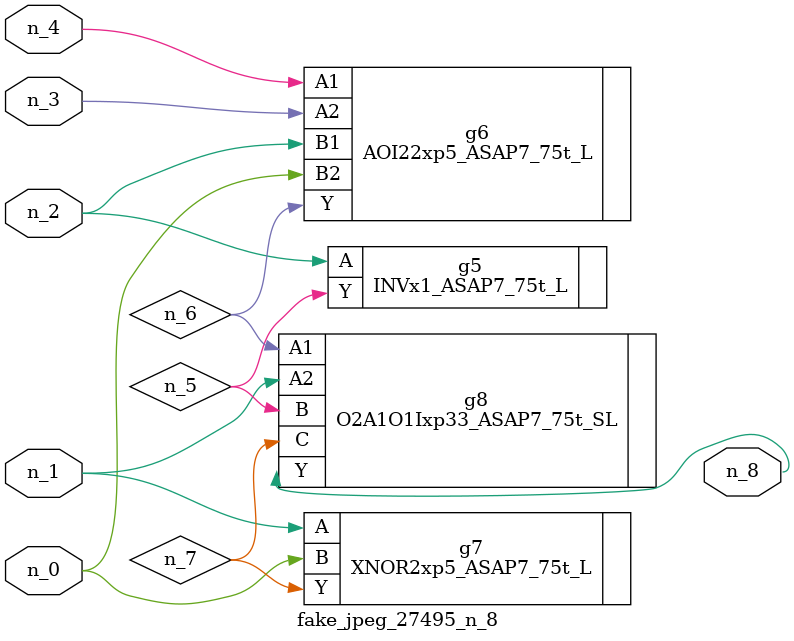
<source format=v>
module fake_jpeg_27495_n_8 (n_3, n_2, n_1, n_0, n_4, n_8);

input n_3;
input n_2;
input n_1;
input n_0;
input n_4;

output n_8;

wire n_6;
wire n_5;
wire n_7;

INVx1_ASAP7_75t_L g5 ( 
.A(n_2),
.Y(n_5)
);

AOI22xp5_ASAP7_75t_L g6 ( 
.A1(n_4),
.A2(n_3),
.B1(n_2),
.B2(n_0),
.Y(n_6)
);

XNOR2xp5_ASAP7_75t_L g7 ( 
.A(n_1),
.B(n_0),
.Y(n_7)
);

O2A1O1Ixp33_ASAP7_75t_SL g8 ( 
.A1(n_6),
.A2(n_1),
.B(n_5),
.C(n_7),
.Y(n_8)
);


endmodule
</source>
